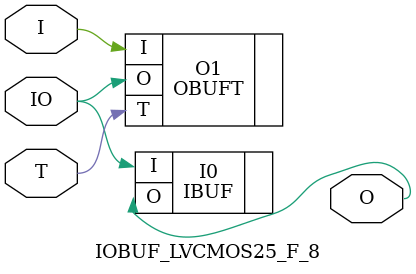
<source format=v>


`timescale  1 ps / 1 ps


module IOBUF_LVCMOS25_F_8 (O, IO, I, T);

    output O;

    inout  IO;

    input  I, T;

        OBUFT #(.IOSTANDARD("LVCMOS25"), .SLEW("FAST"), .DRIVE(8)) O1 (.O(IO), .I(I), .T(T)); 
	IBUF #(.IOSTANDARD("LVCMOS25"))  I0 (.O(O), .I(IO));
        

endmodule



</source>
